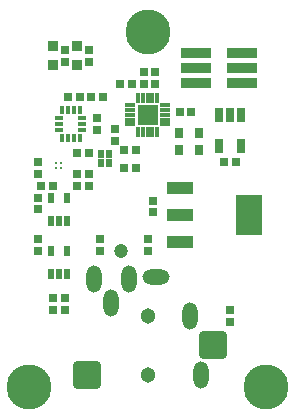
<source format=gbr>
%TF.GenerationSoftware,Altium Limited,Altium Designer,22.5.1 (42)*%
G04 Layer_Color=8388736*
%FSLAX45Y45*%
%MOMM*%
%TF.SameCoordinates,A79CAE12-DCBF-455A-9705-E792248E02F7*%
%TF.FilePolarity,Negative*%
%TF.FileFunction,Soldermask,Top*%
%TF.Part,Single*%
G01*
G75*
%TA.AperFunction,SMDPad,CuDef*%
%ADD52R,0.80320X0.80320*%
%ADD53R,0.75320X0.80320*%
%ADD54R,0.80320X0.80320*%
%ADD55R,0.80320X0.75320*%
%ADD56R,0.55000X0.90000*%
%ADD57R,0.70000X0.90000*%
%ADD58R,0.80320X1.20320*%
%ADD59C,1.20320*%
%ADD60R,0.63000X0.32000*%
%ADD61R,0.58000X0.32000*%
%ADD62R,2.25000X3.35000*%
%ADD63R,2.25000X1.05000*%
%ADD64C,0.33000*%
%ADD65R,0.45560X0.68420*%
%ADD66R,0.68420X0.45560*%
%ADD67R,2.50000X0.86000*%
%ADD68R,0.90000X0.30000*%
%ADD69R,1.80000X1.80000*%
%ADD70R,0.30000X0.90000*%
%ADD71R,0.90000X0.90000*%
%TA.AperFunction,ComponentPad*%
%ADD72C,1.30320*%
G04:AMPARAMS|DCode=73|XSize=2.3mm|YSize=2.3mm|CornerRadius=0.27mm|HoleSize=0mm|Usage=FLASHONLY|Rotation=270.000|XOffset=0mm|YOffset=0mm|HoleType=Round|Shape=RoundedRectangle|*
%AMROUNDEDRECTD73*
21,1,2.30000,1.76000,0,0,270.0*
21,1,1.76000,2.30000,0,0,270.0*
1,1,0.54000,-0.88000,-0.88000*
1,1,0.54000,-0.88000,0.88000*
1,1,0.54000,0.88000,0.88000*
1,1,0.54000,0.88000,-0.88000*
%
%ADD73ROUNDEDRECTD73*%
G04:AMPARAMS|DCode=74|XSize=2.3mm|YSize=1.3mm|CornerRadius=0.65mm|HoleSize=0mm|Usage=FLASHONLY|Rotation=270.000|XOffset=0mm|YOffset=0mm|HoleType=Round|Shape=RoundedRectangle|*
%AMROUNDEDRECTD74*
21,1,2.30000,0.00000,0,0,270.0*
21,1,1.00000,1.30000,0,0,270.0*
1,1,1.30000,0.00000,-0.50000*
1,1,1.30000,0.00000,0.50000*
1,1,1.30000,0.00000,0.50000*
1,1,1.30000,0.00000,-0.50000*
%
%ADD74ROUNDEDRECTD74*%
G04:AMPARAMS|DCode=75|XSize=2.3mm|YSize=1.3mm|CornerRadius=0.65mm|HoleSize=0mm|Usage=FLASHONLY|Rotation=180.000|XOffset=0mm|YOffset=0mm|HoleType=Round|Shape=RoundedRectangle|*
%AMROUNDEDRECTD75*
21,1,2.30000,0.00000,0,0,180.0*
21,1,1.00000,1.30000,0,0,180.0*
1,1,1.30000,-0.50000,0.00000*
1,1,1.30000,0.50000,0.00000*
1,1,1.30000,0.50000,0.00000*
1,1,1.30000,-0.50000,0.00000*
%
%ADD75ROUNDEDRECTD75*%
%TA.AperFunction,ViaPad*%
%ADD76C,3.80000*%
D52*
X-276041Y-917581D02*
D03*
X-276041Y-817574D02*
D03*
X700010Y-2450010D02*
D03*
Y-2350003D02*
D03*
X-925009Y-1399990D02*
D03*
Y-1499997D02*
D03*
X-925001Y-1200007D02*
D03*
X-925000Y-1100000D02*
D03*
X-924991Y-1749995D02*
D03*
X-924991Y-1850003D02*
D03*
X-425000Y-724993D02*
D03*
Y-825000D02*
D03*
X49990Y-1424990D02*
D03*
X49991Y-1524997D02*
D03*
X9Y-1850010D02*
D03*
X9Y-1750003D02*
D03*
D53*
X-800000Y-2250000D02*
D03*
X-800000Y-2350000D02*
D03*
X-700000Y-150000D02*
D03*
Y-250000D02*
D03*
X-500000Y-150000D02*
D03*
Y-250000D02*
D03*
X-600000Y-1300000D02*
D03*
X-600000Y-1200000D02*
D03*
X-500000Y-1299999D02*
D03*
Y-1200000D02*
D03*
X-400000Y-1750000D02*
D03*
Y-1850000D02*
D03*
X-700000Y-2250000D02*
D03*
X-700000Y-2350000D02*
D03*
D54*
X-497500Y-1023648D02*
D03*
X-597507Y-1023648D02*
D03*
X649991Y-1100009D02*
D03*
X749997D02*
D03*
X-799990Y-1299990D02*
D03*
X-899997Y-1299991D02*
D03*
X-374991Y-549991D02*
D03*
X-474997Y-549990D02*
D03*
X-675010Y-550009D02*
D03*
X-575003D02*
D03*
X66941Y-435741D02*
D03*
X-33066Y-435740D02*
D03*
X66941Y-334140D02*
D03*
X-33066Y-334140D02*
D03*
D55*
X-135080Y-435385D02*
D03*
X-235079Y-435385D02*
D03*
X370780Y-673857D02*
D03*
X270780D02*
D03*
X-100000Y-1150000D02*
D03*
X-200000Y-1150000D02*
D03*
X-100000Y-1000000D02*
D03*
X-200001Y-1000000D02*
D03*
D56*
X-685000Y-1400000D02*
D03*
Y-1600000D02*
D03*
X-750000D02*
D03*
X-815000D02*
D03*
Y-1400000D02*
D03*
X-685000Y-1850000D02*
D03*
Y-2050000D02*
D03*
X-750000D02*
D03*
X-815000D02*
D03*
Y-1850000D02*
D03*
D57*
X265000Y-1000000D02*
D03*
X435000Y-1000000D02*
D03*
X265000Y-850000D02*
D03*
X435000Y-850000D02*
D03*
D58*
X795000Y-700000D02*
D03*
X700000Y-700000D02*
D03*
X605000Y-700000D02*
D03*
Y-960000D02*
D03*
X795000Y-959999D02*
D03*
D59*
X-225000Y-1850000D02*
D03*
D60*
X-394553Y-1016659D02*
D03*
D61*
X-397053Y-1051659D02*
D03*
X-397052Y-1086659D02*
D03*
Y-1121659D02*
D03*
X-327052Y-1121659D02*
D03*
Y-1086659D02*
D03*
Y-1051659D02*
D03*
Y-1016659D02*
D03*
D62*
X854999Y-1550000D02*
D03*
D63*
X275000Y-1780001D02*
D03*
X275000Y-1550000D02*
D03*
Y-1320000D02*
D03*
D64*
X-775000Y-1110000D02*
D03*
X-735000Y-1110001D02*
D03*
X-775000Y-1150000D02*
D03*
X-735000D02*
D03*
D65*
X-725019Y-895650D02*
D03*
X-675006D02*
D03*
X-624994Y-895650D02*
D03*
X-574981Y-895650D02*
D03*
Y-654350D02*
D03*
X-624993D02*
D03*
X-675006Y-654350D02*
D03*
X-725019Y-654350D02*
D03*
D66*
X-554130Y-825013D02*
D03*
X-554130Y-775000D02*
D03*
X-554130Y-724987D02*
D03*
X-745870D02*
D03*
Y-775000D02*
D03*
Y-825013D02*
D03*
D67*
X409999Y-427001D02*
D03*
X409999Y-300000D02*
D03*
X410000Y-173000D02*
D03*
X800000Y-173001D02*
D03*
X800000Y-300000D02*
D03*
X800000Y-427000D02*
D03*
D68*
X145000Y-700000D02*
D03*
Y-740000D02*
D03*
Y-620001D02*
D03*
Y-660000D02*
D03*
X-145000Y-780000D02*
D03*
Y-740000D02*
D03*
Y-660000D02*
D03*
X-145000Y-700000D02*
D03*
X-145000Y-620001D02*
D03*
X145000Y-780000D02*
D03*
D69*
X0Y-700000D02*
D03*
D70*
X-40000Y-845000D02*
D03*
X80000D02*
D03*
X40000Y-845000D02*
D03*
X0Y-845000D02*
D03*
X-80000Y-555000D02*
D03*
X-40000D02*
D03*
X40000Y-555000D02*
D03*
X0Y-555000D02*
D03*
X80000D02*
D03*
X-80000Y-845000D02*
D03*
D71*
X-800000Y-280000D02*
D03*
Y-120000D02*
D03*
X-600000Y-280000D02*
D03*
X-600000Y-120000D02*
D03*
D72*
X-1Y-2400000D02*
D03*
X0Y-2900000D02*
D03*
D73*
X549999Y-2650000D02*
D03*
X-510001Y-2900000D02*
D03*
D74*
X-450001Y-2089999D02*
D03*
X-310001Y-2290000D02*
D03*
X450000Y-2900001D02*
D03*
X-160000Y-2090000D02*
D03*
X359999Y-2400001D02*
D03*
D75*
X70000Y-2070000D02*
D03*
D76*
X1000000Y-3000000D02*
D03*
X-1000000D02*
D03*
X0Y0D02*
D03*
%TF.MD5,53bd89ec01064343305af79b3555b3db*%
M02*

</source>
